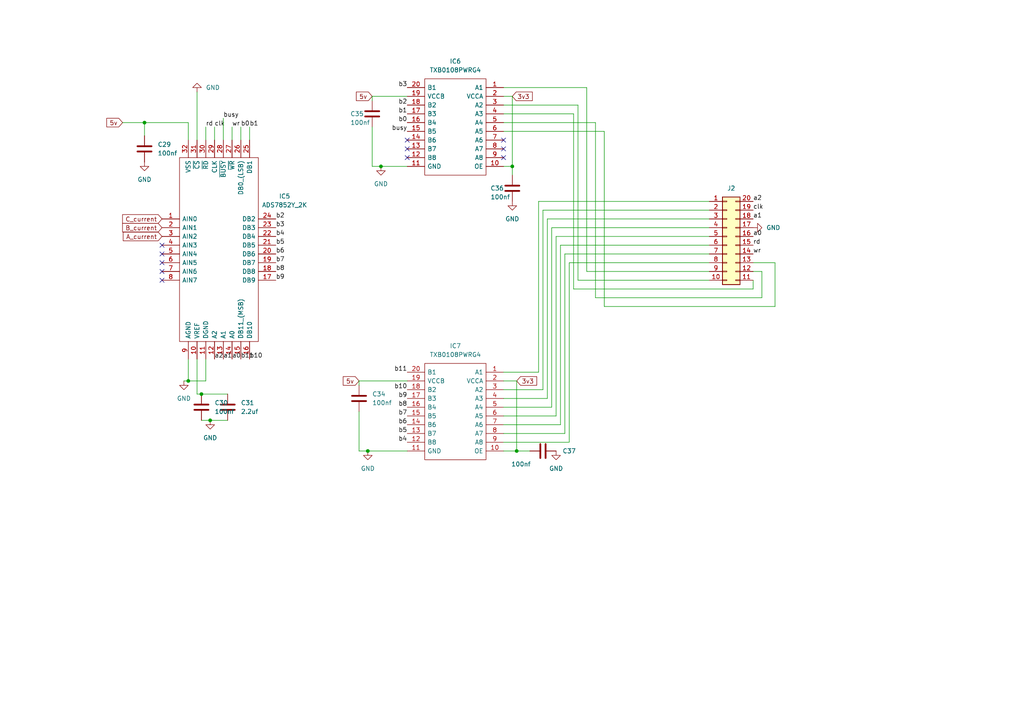
<source format=kicad_sch>
(kicad_sch (version 20211123) (generator eeschema)

  (uuid d60aaf9c-f815-4cde-8ba9-6b1ae7d09f36)

  (paper "A4")

  (lib_symbols
    (symbol "ADS7852Y_2K:ADS7852Y_2K" (pin_names (offset 0.762)) (in_bom yes) (on_board yes)
      (property "Reference" "IC" (id 0) (at 29.21 22.86 0)
        (effects (font (size 1.27 1.27)) (justify left))
      )
      (property "Value" "ADS7852Y_2K" (id 1) (at 29.21 20.32 0)
        (effects (font (size 1.27 1.27)) (justify left))
      )
      (property "Footprint" "QFP50P700X700X120-32N" (id 2) (at 29.21 17.78 0)
        (effects (font (size 1.27 1.27)) (justify left) hide)
      )
      (property "Datasheet" "https://www.arrow.com/en/products/ads7852y2k/texas-instruments" (id 3) (at 29.21 15.24 0)
        (effects (font (size 1.27 1.27)) (justify left) hide)
      )
      (property "Description" "Octal Channel Single ADC SAR 500ksps 12-bit Parallel 32-Pin TQFP T/R" (id 4) (at 29.21 12.7 0)
        (effects (font (size 1.27 1.27)) (justify left) hide)
      )
      (property "Height" "1.2" (id 5) (at 29.21 10.16 0)
        (effects (font (size 1.27 1.27)) (justify left) hide)
      )
      (property "Manufacturer_Name" "Texas Instruments" (id 6) (at 29.21 7.62 0)
        (effects (font (size 1.27 1.27)) (justify left) hide)
      )
      (property "Manufacturer_Part_Number" "ADS7852Y/2K" (id 7) (at 29.21 5.08 0)
        (effects (font (size 1.27 1.27)) (justify left) hide)
      )
      (property "Mouser Part Number" "595-ADS7852Y/2K" (id 8) (at 29.21 2.54 0)
        (effects (font (size 1.27 1.27)) (justify left) hide)
      )
      (property "Mouser Price/Stock" "https://www.mouser.com/Search/Refine.aspx?Keyword=595-ADS7852Y%2F2K" (id 9) (at 29.21 0 0)
        (effects (font (size 1.27 1.27)) (justify left) hide)
      )
      (property "Arrow Part Number" "ADS7852Y/2K" (id 10) (at 29.21 -2.54 0)
        (effects (font (size 1.27 1.27)) (justify left) hide)
      )
      (property "Arrow Price/Stock" "https://www.arrow.com/en/products/ads7852y2k/texas-instruments" (id 11) (at 29.21 -5.08 0)
        (effects (font (size 1.27 1.27)) (justify left) hide)
      )
      (property "Mouser Testing Part Number" "" (id 12) (at 29.21 -7.62 0)
        (effects (font (size 1.27 1.27)) (justify left) hide)
      )
      (property "Mouser Testing Price/Stock" "" (id 13) (at 29.21 -10.16 0)
        (effects (font (size 1.27 1.27)) (justify left) hide)
      )
      (property "ki_description" "Octal Channel Single ADC SAR 500ksps 12-bit Parallel 32-Pin TQFP T/R" (id 14) (at 0 0 0)
        (effects (font (size 1.27 1.27)) hide)
      )
      (symbol "ADS7852Y_2K_0_0"
        (pin passive line (at 0 0 0) (length 5.08)
          (name "AIN0" (effects (font (size 1.27 1.27))))
          (number "1" (effects (font (size 1.27 1.27))))
        )
        (pin passive line (at 10.16 -40.64 90) (length 5.08)
          (name "VREF" (effects (font (size 1.27 1.27))))
          (number "10" (effects (font (size 1.27 1.27))))
        )
        (pin passive line (at 12.7 -40.64 90) (length 5.08)
          (name "DGND" (effects (font (size 1.27 1.27))))
          (number "11" (effects (font (size 1.27 1.27))))
        )
        (pin passive line (at 15.24 -40.64 90) (length 5.08)
          (name "A2" (effects (font (size 1.27 1.27))))
          (number "12" (effects (font (size 1.27 1.27))))
        )
        (pin passive line (at 17.78 -40.64 90) (length 5.08)
          (name "A1" (effects (font (size 1.27 1.27))))
          (number "13" (effects (font (size 1.27 1.27))))
        )
        (pin passive line (at 20.32 -40.64 90) (length 5.08)
          (name "A0" (effects (font (size 1.27 1.27))))
          (number "14" (effects (font (size 1.27 1.27))))
        )
        (pin passive line (at 22.86 -40.64 90) (length 5.08)
          (name "DB11_(MSB)" (effects (font (size 1.27 1.27))))
          (number "15" (effects (font (size 1.27 1.27))))
        )
        (pin passive line (at 25.4 -40.64 90) (length 5.08)
          (name "DB10" (effects (font (size 1.27 1.27))))
          (number "16" (effects (font (size 1.27 1.27))))
        )
        (pin passive line (at 33.02 -17.78 180) (length 5.08)
          (name "DB9" (effects (font (size 1.27 1.27))))
          (number "17" (effects (font (size 1.27 1.27))))
        )
        (pin passive line (at 33.02 -15.24 180) (length 5.08)
          (name "DB8" (effects (font (size 1.27 1.27))))
          (number "18" (effects (font (size 1.27 1.27))))
        )
        (pin passive line (at 33.02 -12.7 180) (length 5.08)
          (name "DB7" (effects (font (size 1.27 1.27))))
          (number "19" (effects (font (size 1.27 1.27))))
        )
        (pin passive line (at 0 -2.54 0) (length 5.08)
          (name "AIN1" (effects (font (size 1.27 1.27))))
          (number "2" (effects (font (size 1.27 1.27))))
        )
        (pin passive line (at 33.02 -10.16 180) (length 5.08)
          (name "DB6" (effects (font (size 1.27 1.27))))
          (number "20" (effects (font (size 1.27 1.27))))
        )
        (pin passive line (at 33.02 -7.62 180) (length 5.08)
          (name "DB5" (effects (font (size 1.27 1.27))))
          (number "21" (effects (font (size 1.27 1.27))))
        )
        (pin passive line (at 33.02 -5.08 180) (length 5.08)
          (name "DB4" (effects (font (size 1.27 1.27))))
          (number "22" (effects (font (size 1.27 1.27))))
        )
        (pin passive line (at 33.02 -2.54 180) (length 5.08)
          (name "DB3" (effects (font (size 1.27 1.27))))
          (number "23" (effects (font (size 1.27 1.27))))
        )
        (pin passive line (at 33.02 0 180) (length 5.08)
          (name "DB2" (effects (font (size 1.27 1.27))))
          (number "24" (effects (font (size 1.27 1.27))))
        )
        (pin passive line (at 25.4 22.86 270) (length 5.08)
          (name "DB1" (effects (font (size 1.27 1.27))))
          (number "25" (effects (font (size 1.27 1.27))))
        )
        (pin passive line (at 22.86 22.86 270) (length 5.08)
          (name "DB0_(LSB)" (effects (font (size 1.27 1.27))))
          (number "26" (effects (font (size 1.27 1.27))))
        )
        (pin passive line (at 20.32 22.86 270) (length 5.08)
          (name "~{WR}" (effects (font (size 1.27 1.27))))
          (number "27" (effects (font (size 1.27 1.27))))
        )
        (pin passive line (at 17.78 22.86 270) (length 5.08)
          (name "~{BUSY}" (effects (font (size 1.27 1.27))))
          (number "28" (effects (font (size 1.27 1.27))))
        )
        (pin passive line (at 15.24 22.86 270) (length 5.08)
          (name "CLK" (effects (font (size 1.27 1.27))))
          (number "29" (effects (font (size 1.27 1.27))))
        )
        (pin passive line (at 0 -5.08 0) (length 5.08)
          (name "AIN2" (effects (font (size 1.27 1.27))))
          (number "3" (effects (font (size 1.27 1.27))))
        )
        (pin passive line (at 12.7 22.86 270) (length 5.08)
          (name "~{RD}" (effects (font (size 1.27 1.27))))
          (number "30" (effects (font (size 1.27 1.27))))
        )
        (pin passive line (at 10.16 22.86 270) (length 5.08)
          (name "~{CS}" (effects (font (size 1.27 1.27))))
          (number "31" (effects (font (size 1.27 1.27))))
        )
        (pin passive line (at 7.62 22.86 270) (length 5.08)
          (name "VSS" (effects (font (size 1.27 1.27))))
          (number "32" (effects (font (size 1.27 1.27))))
        )
        (pin passive line (at 0 -7.62 0) (length 5.08)
          (name "AIN3" (effects (font (size 1.27 1.27))))
          (number "4" (effects (font (size 1.27 1.27))))
        )
        (pin passive line (at 0 -10.16 0) (length 5.08)
          (name "AIN4" (effects (font (size 1.27 1.27))))
          (number "5" (effects (font (size 1.27 1.27))))
        )
        (pin passive line (at 0 -12.7 0) (length 5.08)
          (name "AIN5" (effects (font (size 1.27 1.27))))
          (number "6" (effects (font (size 1.27 1.27))))
        )
        (pin passive line (at 0 -15.24 0) (length 5.08)
          (name "AIN6" (effects (font (size 1.27 1.27))))
          (number "7" (effects (font (size 1.27 1.27))))
        )
        (pin passive line (at 0 -17.78 0) (length 5.08)
          (name "AIN7" (effects (font (size 1.27 1.27))))
          (number "8" (effects (font (size 1.27 1.27))))
        )
        (pin passive line (at 7.62 -40.64 90) (length 5.08)
          (name "AGND" (effects (font (size 1.27 1.27))))
          (number "9" (effects (font (size 1.27 1.27))))
        )
      )
      (symbol "ADS7852Y_2K_0_1"
        (polyline
          (pts
            (xy 5.08 17.78)
            (xy 27.94 17.78)
            (xy 27.94 -35.56)
            (xy 5.08 -35.56)
            (xy 5.08 17.78)
          )
          (stroke (width 0.1524) (type default) (color 0 0 0 0))
          (fill (type none))
        )
      )
    )
    (symbol "Connector_Generic:Conn_02x10_Counter_Clockwise" (pin_names (offset 1.016) hide) (in_bom yes) (on_board yes)
      (property "Reference" "J" (id 0) (at 1.27 12.7 0)
        (effects (font (size 1.27 1.27)))
      )
      (property "Value" "Conn_02x10_Counter_Clockwise" (id 1) (at 1.27 -15.24 0)
        (effects (font (size 1.27 1.27)))
      )
      (property "Footprint" "" (id 2) (at 0 0 0)
        (effects (font (size 1.27 1.27)) hide)
      )
      (property "Datasheet" "~" (id 3) (at 0 0 0)
        (effects (font (size 1.27 1.27)) hide)
      )
      (property "ki_keywords" "connector" (id 4) (at 0 0 0)
        (effects (font (size 1.27 1.27)) hide)
      )
      (property "ki_description" "Generic connector, double row, 02x10, counter clockwise pin numbering scheme (similar to DIP package numbering), script generated (kicad-library-utils/schlib/autogen/connector/)" (id 5) (at 0 0 0)
        (effects (font (size 1.27 1.27)) hide)
      )
      (property "ki_fp_filters" "Connector*:*_2x??_*" (id 6) (at 0 0 0)
        (effects (font (size 1.27 1.27)) hide)
      )
      (symbol "Conn_02x10_Counter_Clockwise_1_1"
        (rectangle (start -1.27 -12.573) (end 0 -12.827)
          (stroke (width 0.1524) (type default) (color 0 0 0 0))
          (fill (type none))
        )
        (rectangle (start -1.27 -10.033) (end 0 -10.287)
          (stroke (width 0.1524) (type default) (color 0 0 0 0))
          (fill (type none))
        )
        (rectangle (start -1.27 -7.493) (end 0 -7.747)
          (stroke (width 0.1524) (type default) (color 0 0 0 0))
          (fill (type none))
        )
        (rectangle (start -1.27 -4.953) (end 0 -5.207)
          (stroke (width 0.1524) (type default) (color 0 0 0 0))
          (fill (type none))
        )
        (rectangle (start -1.27 -2.413) (end 0 -2.667)
          (stroke (width 0.1524) (type default) (color 0 0 0 0))
          (fill (type none))
        )
        (rectangle (start -1.27 0.127) (end 0 -0.127)
          (stroke (width 0.1524) (type default) (color 0 0 0 0))
          (fill (type none))
        )
        (rectangle (start -1.27 2.667) (end 0 2.413)
          (stroke (width 0.1524) (type default) (color 0 0 0 0))
          (fill (type none))
        )
        (rectangle (start -1.27 5.207) (end 0 4.953)
          (stroke (width 0.1524) (type default) (color 0 0 0 0))
          (fill (type none))
        )
        (rectangle (start -1.27 7.747) (end 0 7.493)
          (stroke (width 0.1524) (type default) (color 0 0 0 0))
          (fill (type none))
        )
        (rectangle (start -1.27 10.287) (end 0 10.033)
          (stroke (width 0.1524) (type default) (color 0 0 0 0))
          (fill (type none))
        )
        (rectangle (start -1.27 11.43) (end 3.81 -13.97)
          (stroke (width 0.254) (type default) (color 0 0 0 0))
          (fill (type background))
        )
        (rectangle (start 3.81 -12.573) (end 2.54 -12.827)
          (stroke (width 0.1524) (type default) (color 0 0 0 0))
          (fill (type none))
        )
        (rectangle (start 3.81 -10.033) (end 2.54 -10.287)
          (stroke (width 0.1524) (type default) (color 0 0 0 0))
          (fill (type none))
        )
        (rectangle (start 3.81 -7.493) (end 2.54 -7.747)
          (stroke (width 0.1524) (type default) (color 0 0 0 0))
          (fill (type none))
        )
        (rectangle (start 3.81 -4.953) (end 2.54 -5.207)
          (stroke (width 0.1524) (type default) (color 0 0 0 0))
          (fill (type none))
        )
        (rectangle (start 3.81 -2.413) (end 2.54 -2.667)
          (stroke (width 0.1524) (type default) (color 0 0 0 0))
          (fill (type none))
        )
        (rectangle (start 3.81 0.127) (end 2.54 -0.127)
          (stroke (width 0.1524) (type default) (color 0 0 0 0))
          (fill (type none))
        )
        (rectangle (start 3.81 2.667) (end 2.54 2.413)
          (stroke (width 0.1524) (type default) (color 0 0 0 0))
          (fill (type none))
        )
        (rectangle (start 3.81 5.207) (end 2.54 4.953)
          (stroke (width 0.1524) (type default) (color 0 0 0 0))
          (fill (type none))
        )
        (rectangle (start 3.81 7.747) (end 2.54 7.493)
          (stroke (width 0.1524) (type default) (color 0 0 0 0))
          (fill (type none))
        )
        (rectangle (start 3.81 10.287) (end 2.54 10.033)
          (stroke (width 0.1524) (type default) (color 0 0 0 0))
          (fill (type none))
        )
        (pin passive line (at -5.08 10.16 0) (length 3.81)
          (name "Pin_1" (effects (font (size 1.27 1.27))))
          (number "1" (effects (font (size 1.27 1.27))))
        )
        (pin passive line (at -5.08 -12.7 0) (length 3.81)
          (name "Pin_10" (effects (font (size 1.27 1.27))))
          (number "10" (effects (font (size 1.27 1.27))))
        )
        (pin passive line (at 7.62 -12.7 180) (length 3.81)
          (name "Pin_11" (effects (font (size 1.27 1.27))))
          (number "11" (effects (font (size 1.27 1.27))))
        )
        (pin passive line (at 7.62 -10.16 180) (length 3.81)
          (name "Pin_12" (effects (font (size 1.27 1.27))))
          (number "12" (effects (font (size 1.27 1.27))))
        )
        (pin passive line (at 7.62 -7.62 180) (length 3.81)
          (name "Pin_13" (effects (font (size 1.27 1.27))))
          (number "13" (effects (font (size 1.27 1.27))))
        )
        (pin passive line (at 7.62 -5.08 180) (length 3.81)
          (name "Pin_14" (effects (font (size 1.27 1.27))))
          (number "14" (effects (font (size 1.27 1.27))))
        )
        (pin passive line (at 7.62 -2.54 180) (length 3.81)
          (name "Pin_15" (effects (font (size 1.27 1.27))))
          (number "15" (effects (font (size 1.27 1.27))))
        )
        (pin passive line (at 7.62 0 180) (length 3.81)
          (name "Pin_16" (effects (font (size 1.27 1.27))))
          (number "16" (effects (font (size 1.27 1.27))))
        )
        (pin passive line (at 7.62 2.54 180) (length 3.81)
          (name "Pin_17" (effects (font (size 1.27 1.27))))
          (number "17" (effects (font (size 1.27 1.27))))
        )
        (pin passive line (at 7.62 5.08 180) (length 3.81)
          (name "Pin_18" (effects (font (size 1.27 1.27))))
          (number "18" (effects (font (size 1.27 1.27))))
        )
        (pin passive line (at 7.62 7.62 180) (length 3.81)
          (name "Pin_19" (effects (font (size 1.27 1.27))))
          (number "19" (effects (font (size 1.27 1.27))))
        )
        (pin passive line (at -5.08 7.62 0) (length 3.81)
          (name "Pin_2" (effects (font (size 1.27 1.27))))
          (number "2" (effects (font (size 1.27 1.27))))
        )
        (pin passive line (at 7.62 10.16 180) (length 3.81)
          (name "Pin_20" (effects (font (size 1.27 1.27))))
          (number "20" (effects (font (size 1.27 1.27))))
        )
        (pin passive line (at -5.08 5.08 0) (length 3.81)
          (name "Pin_3" (effects (font (size 1.27 1.27))))
          (number "3" (effects (font (size 1.27 1.27))))
        )
        (pin passive line (at -5.08 2.54 0) (length 3.81)
          (name "Pin_4" (effects (font (size 1.27 1.27))))
          (number "4" (effects (font (size 1.27 1.27))))
        )
        (pin passive line (at -5.08 0 0) (length 3.81)
          (name "Pin_5" (effects (font (size 1.27 1.27))))
          (number "5" (effects (font (size 1.27 1.27))))
        )
        (pin passive line (at -5.08 -2.54 0) (length 3.81)
          (name "Pin_6" (effects (font (size 1.27 1.27))))
          (number "6" (effects (font (size 1.27 1.27))))
        )
        (pin passive line (at -5.08 -5.08 0) (length 3.81)
          (name "Pin_7" (effects (font (size 1.27 1.27))))
          (number "7" (effects (font (size 1.27 1.27))))
        )
        (pin passive line (at -5.08 -7.62 0) (length 3.81)
          (name "Pin_8" (effects (font (size 1.27 1.27))))
          (number "8" (effects (font (size 1.27 1.27))))
        )
        (pin passive line (at -5.08 -10.16 0) (length 3.81)
          (name "Pin_9" (effects (font (size 1.27 1.27))))
          (number "9" (effects (font (size 1.27 1.27))))
        )
      )
    )
    (symbol "Device:C" (pin_numbers hide) (pin_names (offset 0.254)) (in_bom yes) (on_board yes)
      (property "Reference" "C" (id 0) (at 0.635 2.54 0)
        (effects (font (size 1.27 1.27)) (justify left))
      )
      (property "Value" "C" (id 1) (at 0.635 -2.54 0)
        (effects (font (size 1.27 1.27)) (justify left))
      )
      (property "Footprint" "" (id 2) (at 0.9652 -3.81 0)
        (effects (font (size 1.27 1.27)) hide)
      )
      (property "Datasheet" "~" (id 3) (at 0 0 0)
        (effects (font (size 1.27 1.27)) hide)
      )
      (property "ki_keywords" "cap capacitor" (id 4) (at 0 0 0)
        (effects (font (size 1.27 1.27)) hide)
      )
      (property "ki_description" "Unpolarized capacitor" (id 5) (at 0 0 0)
        (effects (font (size 1.27 1.27)) hide)
      )
      (property "ki_fp_filters" "C_*" (id 6) (at 0 0 0)
        (effects (font (size 1.27 1.27)) hide)
      )
      (symbol "C_0_1"
        (polyline
          (pts
            (xy -2.032 -0.762)
            (xy 2.032 -0.762)
          )
          (stroke (width 0.508) (type default) (color 0 0 0 0))
          (fill (type none))
        )
        (polyline
          (pts
            (xy -2.032 0.762)
            (xy 2.032 0.762)
          )
          (stroke (width 0.508) (type default) (color 0 0 0 0))
          (fill (type none))
        )
      )
      (symbol "C_1_1"
        (pin passive line (at 0 3.81 270) (length 2.794)
          (name "~" (effects (font (size 1.27 1.27))))
          (number "1" (effects (font (size 1.27 1.27))))
        )
        (pin passive line (at 0 -3.81 90) (length 2.794)
          (name "~" (effects (font (size 1.27 1.27))))
          (number "2" (effects (font (size 1.27 1.27))))
        )
      )
    )
    (symbol "TXB0108PWRG4:TXB0108PWRG4" (pin_names (offset 0.762)) (in_bom yes) (on_board yes)
      (property "Reference" "IC" (id 0) (at 24.13 7.62 0)
        (effects (font (size 1.27 1.27)) (justify left))
      )
      (property "Value" "TXB0108PWRG4" (id 1) (at 24.13 5.08 0)
        (effects (font (size 1.27 1.27)) (justify left))
      )
      (property "Footprint" "SOP65P640X120-20N" (id 2) (at 24.13 2.54 0)
        (effects (font (size 1.27 1.27)) (justify left) hide)
      )
      (property "Datasheet" "http://www.ti.com/general/docs/suppproductinfo.tsp?distId=26&gotoUrl=http%3A%2F%2Fwww.ti.com%2Flit%2Fgpn%2Ftxb0108" (id 3) (at 24.13 0 0)
        (effects (font (size 1.27 1.27)) (justify left) hide)
      )
      (property "Description" "Translation - Voltage Levels 8B Bidir Vltg-Level Translator" (id 4) (at 24.13 -2.54 0)
        (effects (font (size 1.27 1.27)) (justify left) hide)
      )
      (property "Height" "1.2" (id 5) (at 24.13 -5.08 0)
        (effects (font (size 1.27 1.27)) (justify left) hide)
      )
      (property "Manufacturer_Name" "Texas Instruments" (id 6) (at 24.13 -7.62 0)
        (effects (font (size 1.27 1.27)) (justify left) hide)
      )
      (property "Manufacturer_Part_Number" "TXB0108PWRG4" (id 7) (at 24.13 -10.16 0)
        (effects (font (size 1.27 1.27)) (justify left) hide)
      )
      (property "Mouser Part Number" "595-TXB0108PWRG4" (id 8) (at 24.13 -12.7 0)
        (effects (font (size 1.27 1.27)) (justify left) hide)
      )
      (property "Mouser Price/Stock" "https://www.mouser.co.uk/ProductDetail/Texas-Instruments/TXB0108PWRG4?qs=0OHPnBYoB%2FmuZG0GADZxsA%3D%3D" (id 9) (at 24.13 -15.24 0)
        (effects (font (size 1.27 1.27)) (justify left) hide)
      )
      (property "Arrow Part Number" "TXB0108PWRG4" (id 10) (at 24.13 -17.78 0)
        (effects (font (size 1.27 1.27)) (justify left) hide)
      )
      (property "Arrow Price/Stock" "https://www.arrow.com/en/products/txb0108pwrg4/texas-instruments" (id 11) (at 24.13 -20.32 0)
        (effects (font (size 1.27 1.27)) (justify left) hide)
      )
      (property "Mouser Testing Part Number" "" (id 12) (at 24.13 -22.86 0)
        (effects (font (size 1.27 1.27)) (justify left) hide)
      )
      (property "Mouser Testing Price/Stock" "" (id 13) (at 24.13 -25.4 0)
        (effects (font (size 1.27 1.27)) (justify left) hide)
      )
      (property "ki_description" "Translation - Voltage Levels 8B Bidir Vltg-Level Translator" (id 14) (at 0 0 0)
        (effects (font (size 1.27 1.27)) hide)
      )
      (symbol "TXB0108PWRG4_0_0"
        (pin passive line (at 0 0 0) (length 5.08)
          (name "A1" (effects (font (size 1.27 1.27))))
          (number "1" (effects (font (size 1.27 1.27))))
        )
        (pin passive line (at 0 -22.86 0) (length 5.08)
          (name "OE" (effects (font (size 1.27 1.27))))
          (number "10" (effects (font (size 1.27 1.27))))
        )
        (pin passive line (at 27.94 -22.86 180) (length 5.08)
          (name "GND" (effects (font (size 1.27 1.27))))
          (number "11" (effects (font (size 1.27 1.27))))
        )
        (pin passive line (at 27.94 -20.32 180) (length 5.08)
          (name "B8" (effects (font (size 1.27 1.27))))
          (number "12" (effects (font (size 1.27 1.27))))
        )
        (pin passive line (at 27.94 -17.78 180) (length 5.08)
          (name "B7" (effects (font (size 1.27 1.27))))
          (number "13" (effects (font (size 1.27 1.27))))
        )
        (pin passive line (at 27.94 -15.24 180) (length 5.08)
          (name "B6" (effects (font (size 1.27 1.27))))
          (number "14" (effects (font (size 1.27 1.27))))
        )
        (pin passive line (at 27.94 -12.7 180) (length 5.08)
          (name "B5" (effects (font (size 1.27 1.27))))
          (number "15" (effects (font (size 1.27 1.27))))
        )
        (pin passive line (at 27.94 -10.16 180) (length 5.08)
          (name "B4" (effects (font (size 1.27 1.27))))
          (number "16" (effects (font (size 1.27 1.27))))
        )
        (pin passive line (at 27.94 -7.62 180) (length 5.08)
          (name "B3" (effects (font (size 1.27 1.27))))
          (number "17" (effects (font (size 1.27 1.27))))
        )
        (pin passive line (at 27.94 -5.08 180) (length 5.08)
          (name "B2" (effects (font (size 1.27 1.27))))
          (number "18" (effects (font (size 1.27 1.27))))
        )
        (pin passive line (at 27.94 -2.54 180) (length 5.08)
          (name "VCCB" (effects (font (size 1.27 1.27))))
          (number "19" (effects (font (size 1.27 1.27))))
        )
        (pin passive line (at 0 -2.54 0) (length 5.08)
          (name "VCCA" (effects (font (size 1.27 1.27))))
          (number "2" (effects (font (size 1.27 1.27))))
        )
        (pin passive line (at 27.94 0 180) (length 5.08)
          (name "B1" (effects (font (size 1.27 1.27))))
          (number "20" (effects (font (size 1.27 1.27))))
        )
        (pin passive line (at 0 -5.08 0) (length 5.08)
          (name "A2" (effects (font (size 1.27 1.27))))
          (number "3" (effects (font (size 1.27 1.27))))
        )
        (pin passive line (at 0 -7.62 0) (length 5.08)
          (name "A3" (effects (font (size 1.27 1.27))))
          (number "4" (effects (font (size 1.27 1.27))))
        )
        (pin passive line (at 0 -10.16 0) (length 5.08)
          (name "A4" (effects (font (size 1.27 1.27))))
          (number "5" (effects (font (size 1.27 1.27))))
        )
        (pin passive line (at 0 -12.7 0) (length 5.08)
          (name "A5" (effects (font (size 1.27 1.27))))
          (number "6" (effects (font (size 1.27 1.27))))
        )
        (pin passive line (at 0 -15.24 0) (length 5.08)
          (name "A6" (effects (font (size 1.27 1.27))))
          (number "7" (effects (font (size 1.27 1.27))))
        )
        (pin passive line (at 0 -17.78 0) (length 5.08)
          (name "A7" (effects (font (size 1.27 1.27))))
          (number "8" (effects (font (size 1.27 1.27))))
        )
        (pin passive line (at 0 -20.32 0) (length 5.08)
          (name "A8" (effects (font (size 1.27 1.27))))
          (number "9" (effects (font (size 1.27 1.27))))
        )
      )
      (symbol "TXB0108PWRG4_0_1"
        (polyline
          (pts
            (xy 5.08 2.54)
            (xy 22.86 2.54)
            (xy 22.86 -25.4)
            (xy 5.08 -25.4)
            (xy 5.08 2.54)
          )
          (stroke (width 0.1524) (type default) (color 0 0 0 0))
          (fill (type none))
        )
      )
    )
    (symbol "power:GND" (power) (pin_names (offset 0)) (in_bom yes) (on_board yes)
      (property "Reference" "#PWR" (id 0) (at 0 -6.35 0)
        (effects (font (size 1.27 1.27)) hide)
      )
      (property "Value" "GND" (id 1) (at 0 -3.81 0)
        (effects (font (size 1.27 1.27)))
      )
      (property "Footprint" "" (id 2) (at 0 0 0)
        (effects (font (size 1.27 1.27)) hide)
      )
      (property "Datasheet" "" (id 3) (at 0 0 0)
        (effects (font (size 1.27 1.27)) hide)
      )
      (property "ki_keywords" "power-flag" (id 4) (at 0 0 0)
        (effects (font (size 1.27 1.27)) hide)
      )
      (property "ki_description" "Power symbol creates a global label with name \"GND\" , ground" (id 5) (at 0 0 0)
        (effects (font (size 1.27 1.27)) hide)
      )
      (symbol "GND_0_1"
        (polyline
          (pts
            (xy 0 0)
            (xy 0 -1.27)
            (xy 1.27 -1.27)
            (xy 0 -2.54)
            (xy -1.27 -1.27)
            (xy 0 -1.27)
          )
          (stroke (width 0) (type default) (color 0 0 0 0))
          (fill (type none))
        )
      )
      (symbol "GND_1_1"
        (pin power_in line (at 0 0 270) (length 0) hide
          (name "GND" (effects (font (size 1.27 1.27))))
          (number "1" (effects (font (size 1.27 1.27))))
        )
      )
    )
  )


  (junction (at 54.61 110.49) (diameter 0) (color 0 0 0 0)
    (uuid 08b71f4f-4a41-4bcd-94aa-93219a1b3911)
  )
  (junction (at 106.68 130.81) (diameter 0) (color 0 0 0 0)
    (uuid 188fd9de-622a-4fee-bc93-322ec2f2163b)
  )
  (junction (at 60.96 121.92) (diameter 0) (color 0 0 0 0)
    (uuid 4f964003-ae7f-494d-bb04-27ade9674889)
  )
  (junction (at 58.42 114.3) (diameter 0) (color 0 0 0 0)
    (uuid 88822553-7417-4e13-af7a-84cb1e783a76)
  )
  (junction (at 41.91 35.56) (diameter 0) (color 0 0 0 0)
    (uuid 8e317a98-24f3-47c7-a450-eb50c5a8ce03)
  )
  (junction (at 110.49 48.26) (diameter 0) (color 0 0 0 0)
    (uuid 98482b9c-cee4-4652-b1e0-160be7bd8e1c)
  )
  (junction (at 148.59 48.26) (diameter 0) (color 0 0 0 0)
    (uuid a2b66d3a-3414-4182-a856-53b573abe5f3)
  )
  (junction (at 149.86 130.81) (diameter 0) (color 0 0 0 0)
    (uuid c158737c-a59f-4a04-91ee-c539eb868151)
  )

  (no_connect (at 46.99 71.12) (uuid 359b0b20-2501-41bf-8e4c-6058a1da74c2))
  (no_connect (at 46.99 73.66) (uuid 4da33f24-1f78-4818-882f-9386fd53f7af))
  (no_connect (at 146.05 45.72) (uuid 5782a556-daac-409f-8f7a-523c11d1f39b))
  (no_connect (at 46.99 76.2) (uuid 8095c3b2-7a44-494c-8525-3ac5939f79b6))
  (no_connect (at 146.05 43.18) (uuid 8459673f-31fb-4781-8ae1-14e3b951cbe6))
  (no_connect (at 146.05 40.64) (uuid ad1df1bb-1436-4c94-810c-ba9b52061fd2))
  (no_connect (at 46.99 78.74) (uuid beb192ac-4186-4ff8-ba59-1a0d10f666c6))
  (no_connect (at 118.11 45.72) (uuid c3ff92de-2085-45c0-8eba-f403674b5675))
  (no_connect (at 118.11 43.18) (uuid cf8b90f7-bea7-4bb2-bd6a-ba4cf36d96f3))
  (no_connect (at 118.11 40.64) (uuid f270ceca-ba6b-4591-93b0-564e68e0ca62))
  (no_connect (at 46.99 81.28) (uuid f688749d-2cf0-40be-a73d-9876d6b048ec))

  (wire (pts (xy 72.39 36.83) (xy 72.39 40.64))
    (stroke (width 0) (type default) (color 0 0 0 0))
    (uuid 0437426f-ae95-46c2-939e-f71b87d9f9e5)
  )
  (wire (pts (xy 167.64 81.28) (xy 167.64 30.48))
    (stroke (width 0) (type default) (color 0 0 0 0))
    (uuid 06cc6e01-cf91-4044-9987-853f325be18a)
  )
  (wire (pts (xy 59.69 110.49) (xy 54.61 110.49))
    (stroke (width 0) (type default) (color 0 0 0 0))
    (uuid 07069d4f-a3e7-4217-bd45-2a1a6745a519)
  )
  (wire (pts (xy 146.05 110.49) (xy 149.86 110.49))
    (stroke (width 0) (type default) (color 0 0 0 0))
    (uuid 0809a6f3-de3a-4044-9e7d-c9659f10d293)
  )
  (wire (pts (xy 175.26 38.1) (xy 175.26 88.9))
    (stroke (width 0) (type default) (color 0 0 0 0))
    (uuid 08c0c4e8-22e0-4b0f-9ba7-51f429b486db)
  )
  (wire (pts (xy 146.05 130.81) (xy 149.86 130.81))
    (stroke (width 0) (type default) (color 0 0 0 0))
    (uuid 09c06089-29d1-4471-85b1-b9cb3d65dc51)
  )
  (wire (pts (xy 104.14 130.81) (xy 106.68 130.81))
    (stroke (width 0) (type default) (color 0 0 0 0))
    (uuid 0be9ccb3-b071-4051-bc52-7bfef3aac82d)
  )
  (wire (pts (xy 161.29 120.65) (xy 146.05 120.65))
    (stroke (width 0) (type default) (color 0 0 0 0))
    (uuid 0c1c7904-15b5-435b-a5df-4c90819f5566)
  )
  (wire (pts (xy 41.91 35.56) (xy 35.56 35.56))
    (stroke (width 0) (type default) (color 0 0 0 0))
    (uuid 10c6d269-533a-4480-a87a-87f499b75422)
  )
  (wire (pts (xy 158.75 115.57) (xy 146.05 115.57))
    (stroke (width 0) (type default) (color 0 0 0 0))
    (uuid 12156fa5-cca7-4e90-9973-d50c5b3a8771)
  )
  (wire (pts (xy 146.05 123.19) (xy 162.56 123.19))
    (stroke (width 0) (type default) (color 0 0 0 0))
    (uuid 15f45e63-6509-4ddd-9159-c36d10cf7061)
  )
  (wire (pts (xy 167.64 30.48) (xy 146.05 30.48))
    (stroke (width 0) (type default) (color 0 0 0 0))
    (uuid 18993eee-dc28-4823-bd19-56e30b409b80)
  )
  (wire (pts (xy 146.05 107.95) (xy 156.21 107.95))
    (stroke (width 0) (type default) (color 0 0 0 0))
    (uuid 1dec4e99-8e29-43d2-8eec-59a57f4be020)
  )
  (wire (pts (xy 161.29 68.58) (xy 161.29 120.65))
    (stroke (width 0) (type default) (color 0 0 0 0))
    (uuid 290c2c7e-5e6f-4b05-8d38-90ab3127c52e)
  )
  (wire (pts (xy 146.05 33.02) (xy 166.37 33.02))
    (stroke (width 0) (type default) (color 0 0 0 0))
    (uuid 29ec6951-4598-40eb-ae11-f19149ce8805)
  )
  (wire (pts (xy 57.15 26.67) (xy 57.15 40.64))
    (stroke (width 0) (type default) (color 0 0 0 0))
    (uuid 2e708d51-a3b7-4531-85a1-5c7eed502b78)
  )
  (wire (pts (xy 110.49 48.26) (xy 118.11 48.26))
    (stroke (width 0) (type default) (color 0 0 0 0))
    (uuid 3f0d5b61-a482-4f30-8521-d116f0c5816d)
  )
  (wire (pts (xy 205.74 68.58) (xy 161.29 68.58))
    (stroke (width 0) (type default) (color 0 0 0 0))
    (uuid 488f1346-8670-4a75-a262-668849ddf01f)
  )
  (wire (pts (xy 156.21 58.42) (xy 205.74 58.42))
    (stroke (width 0) (type default) (color 0 0 0 0))
    (uuid 4efddb40-26a5-4d9f-aa7d-04d3c31dc957)
  )
  (wire (pts (xy 205.74 81.28) (xy 167.64 81.28))
    (stroke (width 0) (type default) (color 0 0 0 0))
    (uuid 4f07d845-078d-41d6-9ebb-c535fe30dca9)
  )
  (wire (pts (xy 172.72 86.36) (xy 172.72 35.56))
    (stroke (width 0) (type default) (color 0 0 0 0))
    (uuid 4f83efdb-cc76-4c97-9d9f-3057c933fc36)
  )
  (wire (pts (xy 57.15 104.14) (xy 57.15 114.3))
    (stroke (width 0) (type default) (color 0 0 0 0))
    (uuid 5353ba04-80e4-4271-a566-c8035615244c)
  )
  (wire (pts (xy 205.74 78.74) (xy 170.18 78.74))
    (stroke (width 0) (type default) (color 0 0 0 0))
    (uuid 5732cdfc-f84f-4d50-9e25-220a8c9d67a5)
  )
  (wire (pts (xy 165.1 128.27) (xy 165.1 76.2))
    (stroke (width 0) (type default) (color 0 0 0 0))
    (uuid 578105ed-a798-43aa-b799-60600fd134e5)
  )
  (wire (pts (xy 205.74 63.5) (xy 158.75 63.5))
    (stroke (width 0) (type default) (color 0 0 0 0))
    (uuid 5a060bdd-c594-48b4-964c-502f251954d6)
  )
  (wire (pts (xy 160.02 66.04) (xy 205.74 66.04))
    (stroke (width 0) (type default) (color 0 0 0 0))
    (uuid 5ce764a5-a779-462e-856c-303fc4ff1432)
  )
  (wire (pts (xy 172.72 35.56) (xy 146.05 35.56))
    (stroke (width 0) (type default) (color 0 0 0 0))
    (uuid 651db70c-988f-4c3d-ae2c-c2501dfea28f)
  )
  (wire (pts (xy 146.05 118.11) (xy 160.02 118.11))
    (stroke (width 0) (type default) (color 0 0 0 0))
    (uuid 690633c7-bc59-43c6-8edd-f0d69fe5cab1)
  )
  (wire (pts (xy 170.18 78.74) (xy 170.18 25.4))
    (stroke (width 0) (type default) (color 0 0 0 0))
    (uuid 6c242201-1e45-4342-9158-77bced66eef0)
  )
  (wire (pts (xy 157.48 113.03) (xy 157.48 60.96))
    (stroke (width 0) (type default) (color 0 0 0 0))
    (uuid 6c8a82ec-45b9-4e97-9110-968591a1b719)
  )
  (wire (pts (xy 163.83 125.73) (xy 146.05 125.73))
    (stroke (width 0) (type default) (color 0 0 0 0))
    (uuid 725631db-5af2-4808-bf85-96f599a1f0ca)
  )
  (wire (pts (xy 62.23 36.83) (xy 62.23 40.64))
    (stroke (width 0) (type default) (color 0 0 0 0))
    (uuid 72ef0ea0-bf69-456e-a9d7-c6f7b1727948)
  )
  (wire (pts (xy 156.21 107.95) (xy 156.21 58.42))
    (stroke (width 0) (type default) (color 0 0 0 0))
    (uuid 76f385fa-3823-423d-bfec-eefd79633bc6)
  )
  (wire (pts (xy 149.86 130.81) (xy 153.67 130.81))
    (stroke (width 0) (type default) (color 0 0 0 0))
    (uuid 78206696-661c-4f53-9ef2-5a4604f256dc)
  )
  (wire (pts (xy 54.61 104.14) (xy 54.61 110.49))
    (stroke (width 0) (type default) (color 0 0 0 0))
    (uuid 78f6ed6a-462f-4123-9eae-64f15cb25d89)
  )
  (wire (pts (xy 166.37 83.82) (xy 218.44 83.82))
    (stroke (width 0) (type default) (color 0 0 0 0))
    (uuid 796ec65f-3d2b-4e93-91fd-1589be5b157b)
  )
  (wire (pts (xy 104.14 111.76) (xy 104.14 110.49))
    (stroke (width 0) (type default) (color 0 0 0 0))
    (uuid 7ce845fb-11ec-4b0a-be49-064b3d2fc2f9)
  )
  (wire (pts (xy 107.95 36.83) (xy 107.95 48.26))
    (stroke (width 0) (type default) (color 0 0 0 0))
    (uuid 7ffc7388-61b9-4912-8304-8be44e8764ea)
  )
  (wire (pts (xy 158.75 63.5) (xy 158.75 115.57))
    (stroke (width 0) (type default) (color 0 0 0 0))
    (uuid 83eba192-55cc-4619-98ac-bba58d6b7bf6)
  )
  (wire (pts (xy 166.37 33.02) (xy 166.37 83.82))
    (stroke (width 0) (type default) (color 0 0 0 0))
    (uuid 8606e4de-e8b1-4ad5-a842-b52c13f6aef4)
  )
  (wire (pts (xy 58.42 114.3) (xy 66.04 114.3))
    (stroke (width 0) (type default) (color 0 0 0 0))
    (uuid 872e7eb3-eac1-4706-8088-15c27c710089)
  )
  (wire (pts (xy 146.05 48.26) (xy 148.59 48.26))
    (stroke (width 0) (type default) (color 0 0 0 0))
    (uuid 8966a875-915e-4949-b20f-807a7272642b)
  )
  (wire (pts (xy 163.83 73.66) (xy 163.83 125.73))
    (stroke (width 0) (type default) (color 0 0 0 0))
    (uuid 8a1d2532-06e3-4ecb-80a6-553ae2088038)
  )
  (wire (pts (xy 104.14 119.38) (xy 104.14 130.81))
    (stroke (width 0) (type default) (color 0 0 0 0))
    (uuid 8dc37e65-96ca-427f-8af7-14db69c8e939)
  )
  (wire (pts (xy 162.56 123.19) (xy 162.56 71.12))
    (stroke (width 0) (type default) (color 0 0 0 0))
    (uuid 9063f5c3-c6b8-4d85-bcdb-ec18b56109a8)
  )
  (wire (pts (xy 175.26 88.9) (xy 224.79 88.9))
    (stroke (width 0) (type default) (color 0 0 0 0))
    (uuid 921ae5d3-9423-4a38-aca2-ff0b40b9eb61)
  )
  (wire (pts (xy 149.86 110.49) (xy 149.86 130.81))
    (stroke (width 0) (type default) (color 0 0 0 0))
    (uuid 96ef67e6-4bff-4e10-a228-5b39dd8847d7)
  )
  (wire (pts (xy 218.44 81.28) (xy 218.44 83.82))
    (stroke (width 0) (type default) (color 0 0 0 0))
    (uuid 9aa579c1-65d3-43ce-857c-8f012710e6b2)
  )
  (wire (pts (xy 41.91 35.56) (xy 41.91 39.37))
    (stroke (width 0) (type default) (color 0 0 0 0))
    (uuid a19b0259-5602-437d-a2ad-2b1764a8c0dc)
  )
  (wire (pts (xy 160.02 118.11) (xy 160.02 66.04))
    (stroke (width 0) (type default) (color 0 0 0 0))
    (uuid a271011c-896f-4047-999a-d127674c0dd3)
  )
  (wire (pts (xy 60.96 121.92) (xy 66.04 121.92))
    (stroke (width 0) (type default) (color 0 0 0 0))
    (uuid a4b654be-5110-4a14-bc71-c2cbe10fd28d)
  )
  (wire (pts (xy 165.1 76.2) (xy 205.74 76.2))
    (stroke (width 0) (type default) (color 0 0 0 0))
    (uuid a4ec6a6f-21b2-430c-a4b5-e46783e29fc2)
  )
  (wire (pts (xy 106.68 130.81) (xy 118.11 130.81))
    (stroke (width 0) (type default) (color 0 0 0 0))
    (uuid a90e4b58-74e7-45a2-8a7e-57806a2b7b7e)
  )
  (wire (pts (xy 224.79 88.9) (xy 224.79 76.2))
    (stroke (width 0) (type default) (color 0 0 0 0))
    (uuid ab4c86fe-46e5-432c-ae30-e97f82dcbfbc)
  )
  (wire (pts (xy 146.05 27.94) (xy 148.59 27.94))
    (stroke (width 0) (type default) (color 0 0 0 0))
    (uuid aea7d49e-e758-495e-b5ca-413aafd29cd1)
  )
  (wire (pts (xy 107.95 27.94) (xy 118.11 27.94))
    (stroke (width 0) (type default) (color 0 0 0 0))
    (uuid b8043902-367b-484e-aa0d-f30d86962b5f)
  )
  (wire (pts (xy 69.85 36.83) (xy 69.85 40.64))
    (stroke (width 0) (type default) (color 0 0 0 0))
    (uuid b9ef7218-cc70-448b-b05f-6953e0ba2f63)
  )
  (wire (pts (xy 107.95 29.21) (xy 107.95 27.94))
    (stroke (width 0) (type default) (color 0 0 0 0))
    (uuid bfbbf703-5800-447c-9b35-ffe37170c2ab)
  )
  (wire (pts (xy 57.15 114.3) (xy 58.42 114.3))
    (stroke (width 0) (type default) (color 0 0 0 0))
    (uuid c1f7d72b-d3b5-4808-8a63-a93d313fb689)
  )
  (wire (pts (xy 54.61 40.64) (xy 54.61 35.56))
    (stroke (width 0) (type default) (color 0 0 0 0))
    (uuid c3abd20c-9a9e-4c86-965d-c62e6568d096)
  )
  (wire (pts (xy 67.31 36.83) (xy 67.31 40.64))
    (stroke (width 0) (type default) (color 0 0 0 0))
    (uuid c5516328-f734-46f6-ae43-7b81c1858a53)
  )
  (wire (pts (xy 205.74 73.66) (xy 163.83 73.66))
    (stroke (width 0) (type default) (color 0 0 0 0))
    (uuid c7a52c76-4b13-4b2b-87db-2ae37e727026)
  )
  (wire (pts (xy 148.59 48.26) (xy 148.59 50.8))
    (stroke (width 0) (type default) (color 0 0 0 0))
    (uuid caa55a54-345a-4a7a-a029-3c777ceef97d)
  )
  (wire (pts (xy 54.61 35.56) (xy 41.91 35.56))
    (stroke (width 0) (type default) (color 0 0 0 0))
    (uuid cec7306b-56fa-4255-b6b3-7b3b0cde9d2d)
  )
  (wire (pts (xy 220.98 86.36) (xy 172.72 86.36))
    (stroke (width 0) (type default) (color 0 0 0 0))
    (uuid cfa06118-34b4-44cb-828b-f8927325733e)
  )
  (wire (pts (xy 218.44 76.2) (xy 224.79 76.2))
    (stroke (width 0) (type default) (color 0 0 0 0))
    (uuid d0ee5365-62cd-4e52-aa58-ca84b9aa6b55)
  )
  (wire (pts (xy 146.05 38.1) (xy 175.26 38.1))
    (stroke (width 0) (type default) (color 0 0 0 0))
    (uuid d26aa2f9-47e9-4fba-9aa9-e0b4872e6a3a)
  )
  (wire (pts (xy 157.48 60.96) (xy 205.74 60.96))
    (stroke (width 0) (type default) (color 0 0 0 0))
    (uuid d705ac57-5437-4dda-b43a-b660fbe96a47)
  )
  (wire (pts (xy 59.69 104.14) (xy 59.69 110.49))
    (stroke (width 0) (type default) (color 0 0 0 0))
    (uuid daa99464-6a7c-4e46-b5d5-07aee5d1e807)
  )
  (wire (pts (xy 148.59 27.94) (xy 148.59 48.26))
    (stroke (width 0) (type default) (color 0 0 0 0))
    (uuid e0a45df5-361e-443b-9cd6-5af22748bea5)
  )
  (wire (pts (xy 218.44 78.74) (xy 220.98 78.74))
    (stroke (width 0) (type default) (color 0 0 0 0))
    (uuid e139aa42-712e-4ea7-911c-40fa804e9708)
  )
  (wire (pts (xy 54.61 110.49) (xy 53.34 110.49))
    (stroke (width 0) (type default) (color 0 0 0 0))
    (uuid e185c244-2de2-4734-b5f6-c4641226b902)
  )
  (wire (pts (xy 170.18 25.4) (xy 146.05 25.4))
    (stroke (width 0) (type default) (color 0 0 0 0))
    (uuid e442f883-8e85-473d-b771-9e9c98e20293)
  )
  (wire (pts (xy 146.05 128.27) (xy 165.1 128.27))
    (stroke (width 0) (type default) (color 0 0 0 0))
    (uuid e61ef87d-6eb9-4ff8-a2dd-256315004644)
  )
  (wire (pts (xy 59.69 36.83) (xy 59.69 40.64))
    (stroke (width 0) (type default) (color 0 0 0 0))
    (uuid e729f846-78f7-4f6b-a78d-823db978f183)
  )
  (wire (pts (xy 162.56 71.12) (xy 205.74 71.12))
    (stroke (width 0) (type default) (color 0 0 0 0))
    (uuid f2eee4be-14ad-4d16-9066-0003d8cab538)
  )
  (wire (pts (xy 146.05 113.03) (xy 157.48 113.03))
    (stroke (width 0) (type default) (color 0 0 0 0))
    (uuid f5f0bf32-3f90-4e56-99b1-6827f1a70f29)
  )
  (wire (pts (xy 107.95 48.26) (xy 110.49 48.26))
    (stroke (width 0) (type default) (color 0 0 0 0))
    (uuid f9524740-4e22-4c90-9a39-f4ea2c209411)
  )
  (wire (pts (xy 58.42 121.92) (xy 60.96 121.92))
    (stroke (width 0) (type default) (color 0 0 0 0))
    (uuid fad7e8ba-d5df-44b6-9983-9e30aaab8f4d)
  )
  (wire (pts (xy 220.98 78.74) (xy 220.98 86.36))
    (stroke (width 0) (type default) (color 0 0 0 0))
    (uuid fafddcdb-09aa-4fc1-9629-62cd325811b7)
  )
  (wire (pts (xy 104.14 110.49) (xy 118.11 110.49))
    (stroke (width 0) (type default) (color 0 0 0 0))
    (uuid fd9a05c2-f685-4970-b7b4-ac9fcdf9510b)
  )
  (wire (pts (xy 64.77 34.29) (xy 64.77 40.64))
    (stroke (width 0) (type default) (color 0 0 0 0))
    (uuid fe691575-fe8c-488e-a00a-dbeafbda8aae)
  )

  (label "rd" (at 218.44 71.12 0)
    (effects (font (size 1.27 1.27)) (justify left bottom))
    (uuid 005392af-627f-4701-8b6b-fc46aeaa97b1)
  )
  (label "b4" (at 118.11 128.27 180)
    (effects (font (size 1.27 1.27)) (justify right bottom))
    (uuid 2100dcb5-ed84-4481-b87c-e0fc1c182683)
  )
  (label "b6" (at 80.01 73.66 0)
    (effects (font (size 1.27 1.27)) (justify left bottom))
    (uuid 31dfdf71-d291-4cc3-aa89-06297c1d2ce6)
  )
  (label "a1" (at 64.77 104.14 0)
    (effects (font (size 1.27 1.27)) (justify left bottom))
    (uuid 36355b99-0fe5-470b-bb45-dd9a22ba5073)
  )
  (label "b5" (at 80.01 71.12 0)
    (effects (font (size 1.27 1.27)) (justify left bottom))
    (uuid 37b6f857-e3ce-4c4c-8ab2-9bebd75c7b6f)
  )
  (label "b1" (at 118.11 33.02 180)
    (effects (font (size 1.27 1.27)) (justify right bottom))
    (uuid 3821dd9a-5a2f-4dc4-ab86-30be1fc930e0)
  )
  (label "b3" (at 118.11 25.4 180)
    (effects (font (size 1.27 1.27)) (justify right bottom))
    (uuid 4d359646-3b23-448b-b563-bef3a6af2dbf)
  )
  (label "rd" (at 59.69 36.83 0)
    (effects (font (size 1.27 1.27)) (justify left bottom))
    (uuid 504a150c-8ad5-4cd2-bab5-b9f357205e96)
  )
  (label "b0" (at 69.85 36.83 0)
    (effects (font (size 1.27 1.27)) (justify left bottom))
    (uuid 5ad65f0a-ea4b-431b-9962-3de32780706f)
  )
  (label "b9" (at 80.01 81.28 0)
    (effects (font (size 1.27 1.27)) (justify left bottom))
    (uuid 5da2d9ae-6e36-4a4c-bfc4-e5f9c27a7161)
  )
  (label "a1" (at 218.44 63.5 0)
    (effects (font (size 1.27 1.27)) (justify left bottom))
    (uuid 6743fbc3-d2b6-49c2-a4c0-08511984dae8)
  )
  (label "busy" (at 64.77 34.29 0)
    (effects (font (size 1.27 1.27)) (justify left bottom))
    (uuid 778a1eb6-f591-42fb-ac14-1066bf04d5f1)
  )
  (label "clk" (at 218.44 60.96 0)
    (effects (font (size 1.27 1.27)) (justify left bottom))
    (uuid 79946ebf-cb4b-465d-a23b-410dcc0da4c6)
  )
  (label "b9" (at 118.11 115.57 180)
    (effects (font (size 1.27 1.27)) (justify right bottom))
    (uuid 7a22eb1c-106b-4b0e-8ee6-416e7c8e314b)
  )
  (label "b4" (at 80.01 68.58 0)
    (effects (font (size 1.27 1.27)) (justify left bottom))
    (uuid 7b3e446d-269f-4b7b-97df-161bbf7ae680)
  )
  (label "b3" (at 80.01 66.04 0)
    (effects (font (size 1.27 1.27)) (justify left bottom))
    (uuid 7d45c9da-9e29-46c7-85d5-db86677e711f)
  )
  (label "b2" (at 80.01 63.5 0)
    (effects (font (size 1.27 1.27)) (justify left bottom))
    (uuid 7e9ec7fa-f807-48be-b6a9-b8b19c8f7d2a)
  )
  (label "b10" (at 118.11 113.03 180)
    (effects (font (size 1.27 1.27)) (justify right bottom))
    (uuid 8218fc7c-3f26-4636-91a0-f95c32cf42e7)
  )
  (label "b2" (at 118.11 30.48 180)
    (effects (font (size 1.27 1.27)) (justify right bottom))
    (uuid 8985149a-24ec-4f9c-9fcf-860364f61d8b)
  )
  (label "b8" (at 118.11 118.11 180)
    (effects (font (size 1.27 1.27)) (justify right bottom))
    (uuid 980ed9f1-bc2b-41ac-817c-b3c40ba5cbbb)
  )
  (label "a2" (at 62.23 104.14 0)
    (effects (font (size 1.27 1.27)) (justify left bottom))
    (uuid 98602584-5463-4fb4-aa1a-5f813a1ac405)
  )
  (label "a2" (at 218.44 58.42 0)
    (effects (font (size 1.27 1.27)) (justify left bottom))
    (uuid 9ea0e5b9-769e-4246-abc1-d595fe34db39)
  )
  (label "b10" (at 72.39 104.14 0)
    (effects (font (size 1.27 1.27)) (justify left bottom))
    (uuid a396ad9f-d6d5-415a-9b0f-8938cc5da34c)
  )
  (label "b6" (at 118.11 123.19 180)
    (effects (font (size 1.27 1.27)) (justify right bottom))
    (uuid a7e08d27-06b1-495a-a5b5-3d0afda88377)
  )
  (label "b5" (at 118.11 125.73 180)
    (effects (font (size 1.27 1.27)) (justify right bottom))
    (uuid c0897c0e-7544-440c-bc63-814e6f51a8d2)
  )
  (label "b11" (at 69.85 104.14 0)
    (effects (font (size 1.27 1.27)) (justify left bottom))
    (uuid c1321894-5798-4243-941d-b9e4cd9231a6)
  )
  (label "wr" (at 218.44 73.66 0)
    (effects (font (size 1.27 1.27)) (justify left bottom))
    (uuid c4de93a6-edb1-4996-b1db-a1f6c9fe78c9)
  )
  (label "b7" (at 80.01 76.2 0)
    (effects (font (size 1.27 1.27)) (justify left bottom))
    (uuid d15e95a8-237f-49eb-8b10-6b8b225800d2)
  )
  (label "clk" (at 62.23 36.83 0)
    (effects (font (size 1.27 1.27)) (justify left bottom))
    (uuid d5a149e5-d7d5-4c67-93a5-fbc45a866103)
  )
  (label "busy" (at 118.11 38.1 180)
    (effects (font (size 1.27 1.27)) (justify right bottom))
    (uuid dc955821-4973-425e-999f-edf602415b1a)
  )
  (label "wr" (at 67.31 36.83 0)
    (effects (font (size 1.27 1.27)) (justify left bottom))
    (uuid e1f61907-dc34-40a5-b796-583091c8ce7b)
  )
  (label "b1" (at 72.39 36.83 0)
    (effects (font (size 1.27 1.27)) (justify left bottom))
    (uuid e3359890-e153-49a8-a562-6b9c9e0c3256)
  )
  (label "b11" (at 118.11 107.95 180)
    (effects (font (size 1.27 1.27)) (justify right bottom))
    (uuid ef636526-f115-4d31-9411-1af901d79f49)
  )
  (label "b0" (at 118.11 35.56 180)
    (effects (font (size 1.27 1.27)) (justify right bottom))
    (uuid f0c33f0d-285a-4a23-a178-bd50080c9006)
  )
  (label "b7" (at 118.11 120.65 180)
    (effects (font (size 1.27 1.27)) (justify right bottom))
    (uuid f2b8d6b2-66bf-4f67-83de-13b017aa4ba9)
  )
  (label "a0" (at 67.31 104.14 0)
    (effects (font (size 1.27 1.27)) (justify left bottom))
    (uuid f451d1c9-d221-48dc-b2ca-929a1384e9f3)
  )
  (label "b8" (at 80.01 78.74 0)
    (effects (font (size 1.27 1.27)) (justify left bottom))
    (uuid f86c1d33-a742-46d9-81d3-7b09a594539e)
  )
  (label "a0" (at 218.44 68.58 0)
    (effects (font (size 1.27 1.27)) (justify left bottom))
    (uuid fcc9d6eb-c425-4e33-998e-b883e6de00b8)
  )

  (global_label "5v" (shape input) (at 35.56 35.56 180) (fields_autoplaced)
    (effects (font (size 1.27 1.27)) (justify right))
    (uuid 0fdbf98d-fad2-49d9-aa42-d3754407120b)
    (property "Intersheet References" "${INTERSHEET_REFS}" (id 0) (at 30.9698 35.4806 0)
      (effects (font (size 1.27 1.27)) (justify right) hide)
    )
  )
  (global_label "5v" (shape input) (at 107.95 27.94 180) (fields_autoplaced)
    (effects (font (size 1.27 1.27)) (justify right))
    (uuid 31814bc3-3e96-4c02-af8d-0fccf87a4369)
    (property "Intersheet References" "${INTERSHEET_REFS}" (id 0) (at 103.3598 27.8606 0)
      (effects (font (size 1.27 1.27)) (justify right) hide)
    )
  )
  (global_label "C_current" (shape input) (at 46.99 63.5 180) (fields_autoplaced)
    (effects (font (size 1.27 1.27)) (justify right))
    (uuid 3dee5079-5a57-46fe-911e-a4256b5b5efe)
    (property "Intersheet References" "${INTERSHEET_REFS}" (id 0) (at 35.5659 63.4206 0)
      (effects (font (size 1.27 1.27)) (justify right) hide)
    )
  )
  (global_label "3v3" (shape input) (at 148.59 27.94 0) (fields_autoplaced)
    (effects (font (size 1.27 1.27)) (justify left))
    (uuid 463d837f-262a-4691-9fec-cdd8a059b3dd)
    (property "Intersheet References" "${INTERSHEET_REFS}" (id 0) (at 154.3898 27.8606 0)
      (effects (font (size 1.27 1.27)) (justify left) hide)
    )
  )
  (global_label "A_current" (shape input) (at 46.99 68.58 180) (fields_autoplaced)
    (effects (font (size 1.27 1.27)) (justify right))
    (uuid 4e080dc8-293a-46b7-9840-5336698348e9)
    (property "Intersheet References" "${INTERSHEET_REFS}" (id 0) (at 35.7474 68.5006 0)
      (effects (font (size 1.27 1.27)) (justify right) hide)
    )
  )
  (global_label "3v3" (shape input) (at 149.86 110.49 0) (fields_autoplaced)
    (effects (font (size 1.27 1.27)) (justify left))
    (uuid 8be01f5b-0af2-4887-84a6-8b495c67b21e)
    (property "Intersheet References" "${INTERSHEET_REFS}" (id 0) (at 155.6598 110.4106 0)
      (effects (font (size 1.27 1.27)) (justify left) hide)
    )
  )
  (global_label "B_current" (shape input) (at 46.99 66.04 180) (fields_autoplaced)
    (effects (font (size 1.27 1.27)) (justify right))
    (uuid c9ad2ab4-e193-4e4f-a4d4-b5cd99ab77dd)
    (property "Intersheet References" "${INTERSHEET_REFS}" (id 0) (at 35.5659 65.9606 0)
      (effects (font (size 1.27 1.27)) (justify right) hide)
    )
  )
  (global_label "5v" (shape input) (at 104.14 110.49 180) (fields_autoplaced)
    (effects (font (size 1.27 1.27)) (justify right))
    (uuid d017d74a-53b5-490f-b34d-9184015b3226)
    (property "Intersheet References" "${INTERSHEET_REFS}" (id 0) (at 99.5498 110.4106 0)
      (effects (font (size 1.27 1.27)) (justify right) hide)
    )
  )

  (symbol (lib_id "power:GND") (at 218.44 66.04 90) (unit 1)
    (in_bom yes) (on_board yes) (fields_autoplaced)
    (uuid 117f0fc8-a207-4007-b350-e6a97aed2252)
    (property "Reference" "#PWR0149" (id 0) (at 224.79 66.04 0)
      (effects (font (size 1.27 1.27)) hide)
    )
    (property "Value" "GND" (id 1) (at 222.25 66.0399 90)
      (effects (font (size 1.27 1.27)) (justify right))
    )
    (property "Footprint" "" (id 2) (at 218.44 66.04 0)
      (effects (font (size 1.27 1.27)) hide)
    )
    (property "Datasheet" "" (id 3) (at 218.44 66.04 0)
      (effects (font (size 1.27 1.27)) hide)
    )
    (pin "1" (uuid 9c144468-235b-499c-ad21-36f86bc6d812))
  )

  (symbol (lib_id "Device:C") (at 104.14 115.57 0) (unit 1)
    (in_bom yes) (on_board yes) (fields_autoplaced)
    (uuid 24065c2b-ffb6-4f7b-a297-d029ba99cced)
    (property "Reference" "C34" (id 0) (at 107.95 114.2999 0)
      (effects (font (size 1.27 1.27)) (justify left))
    )
    (property "Value" "100nf" (id 1) (at 107.95 116.8399 0)
      (effects (font (size 1.27 1.27)) (justify left))
    )
    (property "Footprint" "Capacitor_SMD:C_0402_1005Metric" (id 2) (at 105.1052 119.38 0)
      (effects (font (size 1.27 1.27)) hide)
    )
    (property "Datasheet" "~" (id 3) (at 104.14 115.57 0)
      (effects (font (size 1.27 1.27)) hide)
    )
    (pin "1" (uuid 16f32433-3d57-44a1-b568-7ac0160927f7))
    (pin "2" (uuid 62bdf356-7d58-4ac0-b1f4-d7e660ac3c98))
  )

  (symbol (lib_id "power:GND") (at 106.68 130.81 0) (unit 1)
    (in_bom yes) (on_board yes) (fields_autoplaced)
    (uuid 32c15256-c95a-423e-a7d8-3e10e26469c7)
    (property "Reference" "#PWR0138" (id 0) (at 106.68 137.16 0)
      (effects (font (size 1.27 1.27)) hide)
    )
    (property "Value" "GND" (id 1) (at 106.68 135.89 0))
    (property "Footprint" "" (id 2) (at 106.68 130.81 0)
      (effects (font (size 1.27 1.27)) hide)
    )
    (property "Datasheet" "" (id 3) (at 106.68 130.81 0)
      (effects (font (size 1.27 1.27)) hide)
    )
    (pin "1" (uuid 0701e834-7e54-4536-95e8-29260b56b68b))
  )

  (symbol (lib_id "power:GND") (at 161.29 130.81 0) (unit 1)
    (in_bom yes) (on_board yes) (fields_autoplaced)
    (uuid 3ae62144-bfde-4eca-af74-2b84a3c724d3)
    (property "Reference" "#PWR0139" (id 0) (at 161.29 137.16 0)
      (effects (font (size 1.27 1.27)) hide)
    )
    (property "Value" "GND" (id 1) (at 161.29 135.89 0))
    (property "Footprint" "" (id 2) (at 161.29 130.81 0)
      (effects (font (size 1.27 1.27)) hide)
    )
    (property "Datasheet" "" (id 3) (at 161.29 130.81 0)
      (effects (font (size 1.27 1.27)) hide)
    )
    (pin "1" (uuid f0facdd0-99e0-428a-b927-ea0670eaf98f))
  )

  (symbol (lib_id "Device:C") (at 107.95 33.02 0) (unit 1)
    (in_bom yes) (on_board yes)
    (uuid 4504c2ca-3946-477f-9d80-f59d06d83786)
    (property "Reference" "C35" (id 0) (at 101.6 33.02 0)
      (effects (font (size 1.27 1.27)) (justify left))
    )
    (property "Value" "100nf" (id 1) (at 101.6 35.56 0)
      (effects (font (size 1.27 1.27)) (justify left))
    )
    (property "Footprint" "Capacitor_SMD:C_0402_1005Metric" (id 2) (at 108.9152 36.83 0)
      (effects (font (size 1.27 1.27)) hide)
    )
    (property "Datasheet" "~" (id 3) (at 107.95 33.02 0)
      (effects (font (size 1.27 1.27)) hide)
    )
    (pin "1" (uuid d580af65-0e49-498c-b4f8-24618102938f))
    (pin "2" (uuid 98cb5d0c-2e27-4c05-862a-e02fbf46fd8e))
  )

  (symbol (lib_id "power:GND") (at 41.91 46.99 0) (unit 1)
    (in_bom yes) (on_board yes) (fields_autoplaced)
    (uuid 5a24ff94-6195-4632-b8f2-a0d321577ce1)
    (property "Reference" "#PWR0133" (id 0) (at 41.91 53.34 0)
      (effects (font (size 1.27 1.27)) hide)
    )
    (property "Value" "GND" (id 1) (at 41.91 52.07 0))
    (property "Footprint" "" (id 2) (at 41.91 46.99 0)
      (effects (font (size 1.27 1.27)) hide)
    )
    (property "Datasheet" "" (id 3) (at 41.91 46.99 0)
      (effects (font (size 1.27 1.27)) hide)
    )
    (pin "1" (uuid 5c354c26-0b23-4cfa-be2f-ef51afc7b461))
  )

  (symbol (lib_id "TXB0108PWRG4:TXB0108PWRG4") (at 146.05 107.95 0) (mirror y) (unit 1)
    (in_bom yes) (on_board yes) (fields_autoplaced)
    (uuid 6a1eafa1-d3a8-4e7b-8763-d7e507a27530)
    (property "Reference" "IC7" (id 0) (at 132.08 100.33 0))
    (property "Value" "TXB0108PWRG4" (id 1) (at 132.08 102.87 0))
    (property "Footprint" "KiCad:SOP65P640X120-20N" (id 2) (at 121.92 105.41 0)
      (effects (font (size 1.27 1.27)) (justify left) hide)
    )
    (property "Datasheet" "http://www.ti.com/general/docs/suppproductinfo.tsp?distId=26&gotoUrl=http%3A%2F%2Fwww.ti.com%2Flit%2Fgpn%2Ftxb0108" (id 3) (at 121.92 107.95 0)
      (effects (font (size 1.27 1.27)) (justify left) hide)
    )
    (property "Description" "Translation - Voltage Levels 8B Bidir Vltg-Level Translator" (id 4) (at 121.92 110.49 0)
      (effects (font (size 1.27 1.27)) (justify left) hide)
    )
    (property "Height" "1.2" (id 5) (at 121.92 113.03 0)
      (effects (font (size 1.27 1.27)) (justify left) hide)
    )
    (property "Manufacturer_Name" "Texas Instruments" (id 6) (at 121.92 115.57 0)
      (effects (font (size 1.27 1.27)) (justify left) hide)
    )
    (property "Manufacturer_Part_Number" "TXB0108PWRG4" (id 7) (at 121.92 118.11 0)
      (effects (font (size 1.27 1.27)) (justify left) hide)
    )
    (property "Mouser Part Number" "595-TXB0108PWRG4" (id 8) (at 121.92 120.65 0)
      (effects (font (size 1.27 1.27)) (justify left) hide)
    )
    (property "Mouser Price/Stock" "https://www.mouser.co.uk/ProductDetail/Texas-Instruments/TXB0108PWRG4?qs=0OHPnBYoB%2FmuZG0GADZxsA%3D%3D" (id 9) (at 121.92 123.19 0)
      (effects (font (size 1.27 1.27)) (justify left) hide)
    )
    (property "Arrow Part Number" "TXB0108PWRG4" (id 10) (at 121.92 125.73 0)
      (effects (font (size 1.27 1.27)) (justify left) hide)
    )
    (property "Arrow Price/Stock" "https://www.arrow.com/en/products/txb0108pwrg4/texas-instruments" (id 11) (at 121.92 128.27 0)
      (effects (font (size 1.27 1.27)) (justify left) hide)
    )
    (property "Mouser Testing Part Number" "" (id 12) (at 121.92 130.81 0)
      (effects (font (size 1.27 1.27)) (justify left) hide)
    )
    (property "Mouser Testing Price/Stock" "" (id 13) (at 121.92 133.35 0)
      (effects (font (size 1.27 1.27)) (justify left) hide)
    )
    (pin "1" (uuid 559866be-4bad-4c39-af92-579dfc874976))
    (pin "10" (uuid 6ec19ab8-897d-4363-b62d-fa4bea73a7ee))
    (pin "11" (uuid 798242b7-6282-4706-a431-8e85a82012ce))
    (pin "12" (uuid 5c9fb7c0-bd3e-4830-8194-0953a09008f8))
    (pin "13" (uuid e81238d7-3d39-46e6-8498-33379842817f))
    (pin "14" (uuid 965e70b6-c706-4900-a8c4-6bed9b9ac157))
    (pin "15" (uuid 62354335-37f2-49ae-89f0-423aab15bf47))
    (pin "16" (uuid 678423f4-cc55-4ba9-8a7f-2eb0e3a1492d))
    (pin "17" (uuid a4314306-12d9-4826-9f45-1fef3414ce18))
    (pin "18" (uuid d09fb78d-8580-4e63-8fb4-633be4c1fd9e))
    (pin "19" (uuid 2836782e-03cf-4f05-8068-7b4c806fb7b5))
    (pin "2" (uuid 70c84640-d98f-45ff-a8a1-e9ec013f6707))
    (pin "20" (uuid 1a0caae1-c4e8-44d7-9313-6ecc2251aa8f))
    (pin "3" (uuid 6d854e87-4b5f-4262-8ded-0aff9f685410))
    (pin "4" (uuid 5968c823-d057-44d6-a5ca-861f5998db90))
    (pin "5" (uuid a664873f-a897-4255-937c-2fdb1f8867da))
    (pin "6" (uuid e7eecf56-e389-4a18-9471-abc1c0291511))
    (pin "7" (uuid cd1dd292-1632-42bb-a85b-e5daacc571d7))
    (pin "8" (uuid 3c8ef15a-9936-4755-ae15-913f83e98676))
    (pin "9" (uuid a01cb7f7-4d2f-4d58-9b82-35b1c1a3be20))
  )

  (symbol (lib_id "Device:C") (at 148.59 54.61 0) (unit 1)
    (in_bom yes) (on_board yes)
    (uuid 75fde4bd-1bb7-4102-bc8e-1089e4439865)
    (property "Reference" "C36" (id 0) (at 142.24 54.61 0)
      (effects (font (size 1.27 1.27)) (justify left))
    )
    (property "Value" "100nf" (id 1) (at 142.24 57.15 0)
      (effects (font (size 1.27 1.27)) (justify left))
    )
    (property "Footprint" "Capacitor_SMD:C_0402_1005Metric" (id 2) (at 149.5552 58.42 0)
      (effects (font (size 1.27 1.27)) hide)
    )
    (property "Datasheet" "~" (id 3) (at 148.59 54.61 0)
      (effects (font (size 1.27 1.27)) hide)
    )
    (pin "1" (uuid 6be59850-d28a-468c-a7cc-4c4d0708eb05))
    (pin "2" (uuid 603a4ace-85d4-4d79-8867-b0ec545f753d))
  )

  (symbol (lib_id "Device:C") (at 157.48 130.81 90) (unit 1)
    (in_bom yes) (on_board yes)
    (uuid 82fc2389-da32-4d37-9077-86ac4c258557)
    (property "Reference" "C37" (id 0) (at 165.1 130.81 90))
    (property "Value" "100nf" (id 1) (at 151.13 134.62 90))
    (property "Footprint" "Capacitor_SMD:C_0402_1005Metric" (id 2) (at 161.29 129.8448 0)
      (effects (font (size 1.27 1.27)) hide)
    )
    (property "Datasheet" "~" (id 3) (at 157.48 130.81 0)
      (effects (font (size 1.27 1.27)) hide)
    )
    (pin "1" (uuid b9447534-0628-4304-a6d4-955642e64a4f))
    (pin "2" (uuid 6305f729-e146-41f1-9375-db0e96714880))
  )

  (symbol (lib_id "power:GND") (at 53.34 110.49 0) (unit 1)
    (in_bom yes) (on_board yes) (fields_autoplaced)
    (uuid 87e958a7-e207-4b15-a072-815178bf5fa3)
    (property "Reference" "#PWR0146" (id 0) (at 53.34 116.84 0)
      (effects (font (size 1.27 1.27)) hide)
    )
    (property "Value" "GND" (id 1) (at 53.34 115.57 0))
    (property "Footprint" "" (id 2) (at 53.34 110.49 0)
      (effects (font (size 1.27 1.27)) hide)
    )
    (property "Datasheet" "" (id 3) (at 53.34 110.49 0)
      (effects (font (size 1.27 1.27)) hide)
    )
    (pin "1" (uuid b9e17c39-f3ce-49f9-991c-99a73037f569))
  )

  (symbol (lib_id "ADS7852Y_2K:ADS7852Y_2K") (at 46.99 63.5 0) (unit 1)
    (in_bom yes) (on_board yes) (fields_autoplaced)
    (uuid 8dbf15ed-d2a4-4fde-bd5c-4840cb485d14)
    (property "Reference" "IC5" (id 0) (at 82.55 56.9212 0))
    (property "Value" "ADS7852Y_2K" (id 1) (at 82.55 59.4612 0))
    (property "Footprint" "KiCad:QFP50P700X700X120-32N" (id 2) (at 76.2 45.72 0)
      (effects (font (size 1.27 1.27)) (justify left) hide)
    )
    (property "Datasheet" "https://www.arrow.com/en/products/ads7852y2k/texas-instruments" (id 3) (at 76.2 48.26 0)
      (effects (font (size 1.27 1.27)) (justify left) hide)
    )
    (property "Description" "Octal Channel Single ADC SAR 500ksps 12-bit Parallel 32-Pin TQFP T/R" (id 4) (at 76.2 50.8 0)
      (effects (font (size 1.27 1.27)) (justify left) hide)
    )
    (property "Height" "1.2" (id 5) (at 76.2 53.34 0)
      (effects (font (size 1.27 1.27)) (justify left) hide)
    )
    (property "Manufacturer_Name" "Texas Instruments" (id 6) (at 76.2 55.88 0)
      (effects (font (size 1.27 1.27)) (justify left) hide)
    )
    (property "Manufacturer_Part_Number" "ADS7852Y/2K" (id 7) (at 76.2 58.42 0)
      (effects (font (size 1.27 1.27)) (justify left) hide)
    )
    (property "Mouser Part Number" "595-ADS7852Y/2K" (id 8) (at 76.2 60.96 0)
      (effects (font (size 1.27 1.27)) (justify left) hide)
    )
    (property "Mouser Price/Stock" "https://www.mouser.com/Search/Refine.aspx?Keyword=595-ADS7852Y%2F2K" (id 9) (at 76.2 63.5 0)
      (effects (font (size 1.27 1.27)) (justify left) hide)
    )
    (property "Arrow Part Number" "ADS7852Y/2K" (id 10) (at 76.2 66.04 0)
      (effects (font (size 1.27 1.27)) (justify left) hide)
    )
    (property "Arrow Price/Stock" "https://www.arrow.com/en/products/ads7852y2k/texas-instruments" (id 11) (at 76.2 68.58 0)
      (effects (font (size 1.27 1.27)) (justify left) hide)
    )
    (property "Mouser Testing Part Number" "" (id 12) (at 76.2 71.12 0)
      (effects (font (size 1.27 1.27)) (justify left) hide)
    )
    (property "Mouser Testing Price/Stock" "" (id 13) (at 76.2 73.66 0)
      (effects (font (size 1.27 1.27)) (justify left) hide)
    )
    (pin "1" (uuid a59fb42b-4f85-4f0c-9654-7d2e0b6d4351))
    (pin "10" (uuid 0ed62441-3b31-4ea9-ab14-bcdda477d230))
    (pin "11" (uuid 15c51150-2f7b-4000-a777-2ef6440f975a))
    (pin "12" (uuid 9bd1ff09-f56b-4ad4-a4eb-8bef3b4b3db8))
    (pin "13" (uuid 7fce2fa9-09fb-491b-af74-5a9c0d35676a))
    (pin "14" (uuid 8ff566b6-05c2-4143-9886-971e95fc5000))
    (pin "15" (uuid 578402ce-7729-4415-b32a-7c55b385a690))
    (pin "16" (uuid ee534b1c-1f98-4529-81d5-853ba198656a))
    (pin "17" (uuid 50efbc81-7dbf-489c-88d2-310ef963c0c6))
    (pin "18" (uuid 52fef279-63a3-45ed-ae76-45b3fb4a4617))
    (pin "19" (uuid 1df6e45d-e3cb-4301-8adf-bea8fb31a3ee))
    (pin "2" (uuid c7f9c7ec-07fc-4c33-9262-44f0fefebb4a))
    (pin "20" (uuid 8f9c654e-24f0-4842-b9bf-b0a34f681ae2))
    (pin "21" (uuid 349a1934-fa5c-4012-bbd1-22625e9cbd4a))
    (pin "22" (uuid 30f31a51-9599-4267-a4e7-970daf103963))
    (pin "23" (uuid 148125cf-4c3c-4cc2-bb3e-71eb8fca56e1))
    (pin "24" (uuid 0d325848-2ece-46f5-bb4a-dbfec9b731eb))
    (pin "25" (uuid 9cc914d7-f5e5-4bd2-b94d-6ad252ec87cf))
    (pin "26" (uuid d0926d70-8c67-4c7d-b452-367a35c25cf4))
    (pin "27" (uuid f877ae33-0d0d-4055-9b3e-1adaf3d5987f))
    (pin "28" (uuid a310e15a-cc6c-44be-beaa-aa5e7c0f66b5))
    (pin "29" (uuid fb0be4dc-fec3-4c65-b1a7-0fb773cdbfce))
    (pin "3" (uuid bb213e1c-7364-4ec1-9071-9e0da8eb846d))
    (pin "30" (uuid e87412ad-a08e-4b64-8053-e825bc3b5e05))
    (pin "31" (uuid a897fbae-e50e-4bbe-8f65-659c953db2ce))
    (pin "32" (uuid 81e2d39e-8fe5-4c6f-a195-9dd42b38dc30))
    (pin "4" (uuid 54a94a80-99a3-421d-a37f-b78a1031dcbb))
    (pin "5" (uuid 8906a104-04bd-4299-9e85-116b9ff35d68))
    (pin "6" (uuid 303d46cc-341a-4e88-9ef8-a6c64f58d958))
    (pin "7" (uuid f700b262-2b22-4fbe-8486-76cbf13f8265))
    (pin "8" (uuid 1d1c2db3-c009-4c25-805c-2c4807a58fda))
    (pin "9" (uuid 657c5c29-fb17-4a15-9c39-0d7ec701415b))
  )

  (symbol (lib_id "Connector_Generic:Conn_02x10_Counter_Clockwise") (at 210.82 68.58 0) (unit 1)
    (in_bom yes) (on_board yes) (fields_autoplaced)
    (uuid 9570f502-03c8-4c89-a904-b2e7e9752275)
    (property "Reference" "J2" (id 0) (at 212.09 54.61 0))
    (property "Value" "Conn_02x10_Counter_Clockwise" (id 1) (at 212.09 54.61 0)
      (effects (font (size 1.27 1.27)) hide)
    )
    (property "Footprint" "Connector_PinHeader_1.00mm:PinHeader_2x10_P1.00mm_Vertical_SMD" (id 2) (at 210.82 68.58 0)
      (effects (font (size 1.27 1.27)) hide)
    )
    (property "Datasheet" "~" (id 3) (at 210.82 68.58 0)
      (effects (font (size 1.27 1.27)) hide)
    )
    (pin "1" (uuid 2996631c-1676-49d3-9d04-6dd54a870387))
    (pin "10" (uuid b7cd376b-72e2-47c0-bed0-ca6f0035773c))
    (pin "11" (uuid 5c192a1d-f075-468d-bee7-e4f461b2bc9e))
    (pin "12" (uuid 0ee7862e-1fd1-4303-88b0-e5c2dffcb470))
    (pin "13" (uuid a3523581-04a0-4c4a-9da3-77468ea23bfe))
    (pin "14" (uuid 240b257c-1c66-4d01-aae4-bab1c63cd032))
    (pin "15" (uuid bc0d9b8c-acdc-46d1-8702-75d68ff9b589))
    (pin "16" (uuid 3f465507-f7ba-4846-9a35-ebef88c8a801))
    (pin "17" (uuid d4872248-5944-4f5d-a79f-7a8db4679a43))
    (pin "18" (uuid 807af2c7-72a6-4a6e-820d-b345c2c21541))
    (pin "19" (uuid d8bb9877-79ac-40e5-a89a-f1698001eb58))
    (pin "2" (uuid a51b4e83-5f38-4a81-9172-a750eef06801))
    (pin "20" (uuid c1ed25bd-f420-44d6-a22b-bf5687bbd458))
    (pin "3" (uuid b4b37c75-534a-4b93-90fc-64dcea2a96eb))
    (pin "4" (uuid 61243dc4-f8fd-4220-80de-365fe005bf7a))
    (pin "5" (uuid 41249211-7db4-4826-b813-464ce1639469))
    (pin "6" (uuid e4876280-8567-4254-9c6e-e81721a9cc91))
    (pin "7" (uuid 2943db5c-1081-455b-bba7-3ac12874ba92))
    (pin "8" (uuid 8bf20f9c-c1f6-4686-aead-b00bada642c1))
    (pin "9" (uuid af23d521-1d7f-4f00-9411-3e26da5a3592))
  )

  (symbol (lib_id "power:GND") (at 110.49 48.26 0) (unit 1)
    (in_bom yes) (on_board yes) (fields_autoplaced)
    (uuid 9da97bb5-1af4-4ddb-814c-9582c15fa1fe)
    (property "Reference" "#PWR0140" (id 0) (at 110.49 54.61 0)
      (effects (font (size 1.27 1.27)) hide)
    )
    (property "Value" "GND" (id 1) (at 110.49 53.34 0))
    (property "Footprint" "" (id 2) (at 110.49 48.26 0)
      (effects (font (size 1.27 1.27)) hide)
    )
    (property "Datasheet" "" (id 3) (at 110.49 48.26 0)
      (effects (font (size 1.27 1.27)) hide)
    )
    (pin "1" (uuid 66185c9d-e6df-4453-8d6b-9d2475dfcdde))
  )

  (symbol (lib_id "Device:C") (at 58.42 118.11 0) (unit 1)
    (in_bom yes) (on_board yes) (fields_autoplaced)
    (uuid a2488f65-4d0b-4b09-8ff1-c73b495f9692)
    (property "Reference" "C30" (id 0) (at 62.23 116.8399 0)
      (effects (font (size 1.27 1.27)) (justify left))
    )
    (property "Value" "100nf" (id 1) (at 62.23 119.3799 0)
      (effects (font (size 1.27 1.27)) (justify left))
    )
    (property "Footprint" "Capacitor_SMD:C_0402_1005Metric" (id 2) (at 59.3852 121.92 0)
      (effects (font (size 1.27 1.27)) hide)
    )
    (property "Datasheet" "~" (id 3) (at 58.42 118.11 0)
      (effects (font (size 1.27 1.27)) hide)
    )
    (pin "1" (uuid 45ca9f11-2bee-447e-97af-503c7147306c))
    (pin "2" (uuid d690ceb7-17fa-497f-a223-e0e43f529bc0))
  )

  (symbol (lib_id "TXB0108PWRG4:TXB0108PWRG4") (at 146.05 25.4 0) (mirror y) (unit 1)
    (in_bom yes) (on_board yes) (fields_autoplaced)
    (uuid a446581d-8d57-4295-96a7-2ca05f0019a5)
    (property "Reference" "IC6" (id 0) (at 132.08 17.78 0))
    (property "Value" "TXB0108PWRG4" (id 1) (at 132.08 20.32 0))
    (property "Footprint" "KiCad:SOP65P640X120-20N" (id 2) (at 121.92 22.86 0)
      (effects (font (size 1.27 1.27)) (justify left) hide)
    )
    (property "Datasheet" "http://www.ti.com/general/docs/suppproductinfo.tsp?distId=26&gotoUrl=http%3A%2F%2Fwww.ti.com%2Flit%2Fgpn%2Ftxb0108" (id 3) (at 121.92 25.4 0)
      (effects (font (size 1.27 1.27)) (justify left) hide)
    )
    (property "Description" "Translation - Voltage Levels 8B Bidir Vltg-Level Translator" (id 4) (at 121.92 27.94 0)
      (effects (font (size 1.27 1.27)) (justify left) hide)
    )
    (property "Height" "1.2" (id 5) (at 121.92 30.48 0)
      (effects (font (size 1.27 1.27)) (justify left) hide)
    )
    (property "Manufacturer_Name" "Texas Instruments" (id 6) (at 121.92 33.02 0)
      (effects (font (size 1.27 1.27)) (justify left) hide)
    )
    (property "Manufacturer_Part_Number" "TXB0108PWRG4" (id 7) (at 121.92 35.56 0)
      (effects (font (size 1.27 1.27)) (justify left) hide)
    )
    (property "Mouser Part Number" "595-TXB0108PWRG4" (id 8) (at 121.92 38.1 0)
      (effects (font (size 1.27 1.27)) (justify left) hide)
    )
    (property "Mouser Price/Stock" "https://www.mouser.co.uk/ProductDetail/Texas-Instruments/TXB0108PWRG4?qs=0OHPnBYoB%2FmuZG0GADZxsA%3D%3D" (id 9) (at 121.92 40.64 0)
      (effects (font (size 1.27 1.27)) (justify left) hide)
    )
    (property "Arrow Part Number" "TXB0108PWRG4" (id 10) (at 121.92 43.18 0)
      (effects (font (size 1.27 1.27)) (justify left) hide)
    )
    (property "Arrow Price/Stock" "https://www.arrow.com/en/products/txb0108pwrg4/texas-instruments" (id 11) (at 121.92 45.72 0)
      (effects (font (size 1.27 1.27)) (justify left) hide)
    )
    (property "Mouser Testing Part Number" "" (id 12) (at 121.92 48.26 0)
      (effects (font (size 1.27 1.27)) (justify left) hide)
    )
    (property "Mouser Testing Price/Stock" "" (id 13) (at 121.92 50.8 0)
      (effects (font (size 1.27 1.27)) (justify left) hide)
    )
    (pin "1" (uuid 733ccb9c-1720-47d8-b2ac-48660576f014))
    (pin "10" (uuid fdc0cb2d-8fa3-4b19-8e24-f7f3d8f1c67e))
    (pin "11" (uuid 6160661c-5059-4b0e-baf1-938f922ccbfd))
    (pin "12" (uuid 54c3feee-bc24-4ae9-880f-3cc1fc41c982))
    (pin "13" (uuid 289608b9-350f-4d0e-8166-7e0347121078))
    (pin "14" (uuid f370999e-4740-4da2-86a0-051dcb72b6f7))
    (pin "15" (uuid 4b0d06ff-19db-4c9b-b231-71eb291756cf))
    (pin "16" (uuid 81b1077f-1fd8-449d-bc17-e69ece4b7dc0))
    (pin "17" (uuid cf58a987-0239-4946-ad2b-ebc1a5799fd8))
    (pin "18" (uuid 4e373630-b5fe-42a4-a0e5-2a254093c1c2))
    (pin "19" (uuid e27ce117-ba99-4a9d-b9f3-82ed1217cb64))
    (pin "2" (uuid 4add154c-9aae-4152-a579-d04a87968ee9))
    (pin "20" (uuid ba4f5ab5-0db0-48e3-912c-2c3a9b3d44bc))
    (pin "3" (uuid cff5e8dc-9928-4878-bd9d-3821927c0abf))
    (pin "4" (uuid 35f38f31-bc69-44e7-848c-d475db362585))
    (pin "5" (uuid d7d23213-cfdf-498a-8bc5-ddafab7d7819))
    (pin "6" (uuid 0acd6950-6991-4d6d-b5ce-9ed39d34e4f5))
    (pin "7" (uuid 6556d12c-0ea8-48a9-b205-74b74bb2bc50))
    (pin "8" (uuid 38193a6a-3177-4010-b3ee-99cbf22db394))
    (pin "9" (uuid f8eb0d67-6e69-429a-aacd-9b996241d653))
  )

  (symbol (lib_id "power:GND") (at 148.59 58.42 0) (unit 1)
    (in_bom yes) (on_board yes) (fields_autoplaced)
    (uuid b78dec22-57d3-4d4f-9f3a-155dd4f43b92)
    (property "Reference" "#PWR0137" (id 0) (at 148.59 64.77 0)
      (effects (font (size 1.27 1.27)) hide)
    )
    (property "Value" "GND" (id 1) (at 148.59 63.5 0))
    (property "Footprint" "" (id 2) (at 148.59 58.42 0)
      (effects (font (size 1.27 1.27)) hide)
    )
    (property "Datasheet" "" (id 3) (at 148.59 58.42 0)
      (effects (font (size 1.27 1.27)) hide)
    )
    (pin "1" (uuid 46776b3a-d71e-42e7-8dd5-957f93d9dba2))
  )

  (symbol (lib_id "power:GND") (at 60.96 121.92 0) (unit 1)
    (in_bom yes) (on_board yes) (fields_autoplaced)
    (uuid bcb0e972-43d4-4e45-a41b-e8620a99cb76)
    (property "Reference" "#PWR0147" (id 0) (at 60.96 128.27 0)
      (effects (font (size 1.27 1.27)) hide)
    )
    (property "Value" "GND" (id 1) (at 60.96 127 0))
    (property "Footprint" "" (id 2) (at 60.96 121.92 0)
      (effects (font (size 1.27 1.27)) hide)
    )
    (property "Datasheet" "" (id 3) (at 60.96 121.92 0)
      (effects (font (size 1.27 1.27)) hide)
    )
    (pin "1" (uuid 6cce6742-5ccb-49e7-8ab0-d0f51795c9b7))
  )

  (symbol (lib_id "Device:C") (at 41.91 43.18 0) (unit 1)
    (in_bom yes) (on_board yes) (fields_autoplaced)
    (uuid cb2c8f41-2bdb-48f7-aae6-51ac12e03e76)
    (property "Reference" "C29" (id 0) (at 45.72 41.9099 0)
      (effects (font (size 1.27 1.27)) (justify left))
    )
    (property "Value" "100nf" (id 1) (at 45.72 44.4499 0)
      (effects (font (size 1.27 1.27)) (justify left))
    )
    (property "Footprint" "Capacitor_SMD:C_0402_1005Metric" (id 2) (at 42.8752 46.99 0)
      (effects (font (size 1.27 1.27)) hide)
    )
    (property "Datasheet" "~" (id 3) (at 41.91 43.18 0)
      (effects (font (size 1.27 1.27)) hide)
    )
    (pin "1" (uuid 4c623ba8-fa51-41ab-8020-01f04fe76d90))
    (pin "2" (uuid b367abb0-73cf-4f47-8c50-97228a5981b5))
  )

  (symbol (lib_id "Device:C") (at 66.04 118.11 0) (unit 1)
    (in_bom yes) (on_board yes) (fields_autoplaced)
    (uuid f24a199f-dc3a-40f0-bf82-2b012f866ebf)
    (property "Reference" "C31" (id 0) (at 69.85 116.8399 0)
      (effects (font (size 1.27 1.27)) (justify left))
    )
    (property "Value" "2.2uf" (id 1) (at 69.85 119.3799 0)
      (effects (font (size 1.27 1.27)) (justify left))
    )
    (property "Footprint" "Capacitor_SMD:C_0402_1005Metric" (id 2) (at 67.0052 121.92 0)
      (effects (font (size 1.27 1.27)) hide)
    )
    (property "Datasheet" "~" (id 3) (at 66.04 118.11 0)
      (effects (font (size 1.27 1.27)) hide)
    )
    (pin "1" (uuid 610619cd-8438-4b20-8506-02d74b1357cd))
    (pin "2" (uuid 28575d8b-f0d3-44ab-b8b9-115121c7eb1e))
  )

  (symbol (lib_id "power:GND") (at 57.15 26.67 180) (unit 1)
    (in_bom yes) (on_board yes) (fields_autoplaced)
    (uuid f7f0ce7d-8ae4-4da9-a90a-fe0c7c2f9553)
    (property "Reference" "#PWR0132" (id 0) (at 57.15 20.32 0)
      (effects (font (size 1.27 1.27)) hide)
    )
    (property "Value" "GND" (id 1) (at 59.69 25.3999 0)
      (effects (font (size 1.27 1.27)) (justify right))
    )
    (property "Footprint" "" (id 2) (at 57.15 26.67 0)
      (effects (font (size 1.27 1.27)) hide)
    )
    (property "Datasheet" "" (id 3) (at 57.15 26.67 0)
      (effects (font (size 1.27 1.27)) hide)
    )
    (pin "1" (uuid f22b5aac-356b-416f-9ca4-39d612044fd8))
  )
)

</source>
